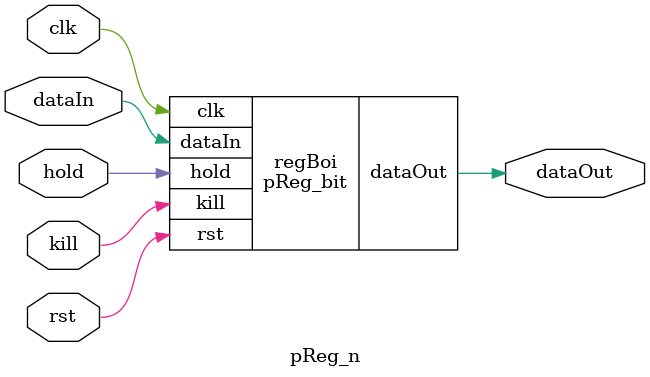
<source format=v>

module pReg_bit (clk, hold, kill, rst, dataIn, dataOut);
  input clk, hold, kill, rst, dataIn;
  output dataOut;

  reg curData;

  assign dataOut = curData;

  /*
  // Asynchronously resets the register to 0 whenever reset is low
  always @(rst) begin
    if (rst == 1'b0)
      curData = 1'b0;
  end
  */

  //wire IaR;
  //and_n ander (.a(dataIn), .b(rst), .out(IaR));

  // Every cycle, if hold is not high, we update the register
  // with the value from dataIn.
  // Also, synchronously kill.
  always @(posedge clk or negedge rst) begin
    if (~rst)
      curData = 1'b0;
    else if (hold == 1'b0 && kill == 1'b0 && rst == 1'b1)
      curData = dataIn;
    else if (kill == 1'b1)
      curData = 1'b0;
  end
endmodule

module pReg_n (clk, hold, kill, rst, dataIn, dataOut);
  //parameter n = 1;
  input clk, hold, kill, rst;
  input dataIn;
  output dataOut;

  // Make n 1-bit registers in a row
  pReg_bit regBoi (.clk(clk), .hold(hold), .kill(kill), .rst(rst), .dataIn(dataIn), .dataOut(dataOut));
endmodule





    

</source>
